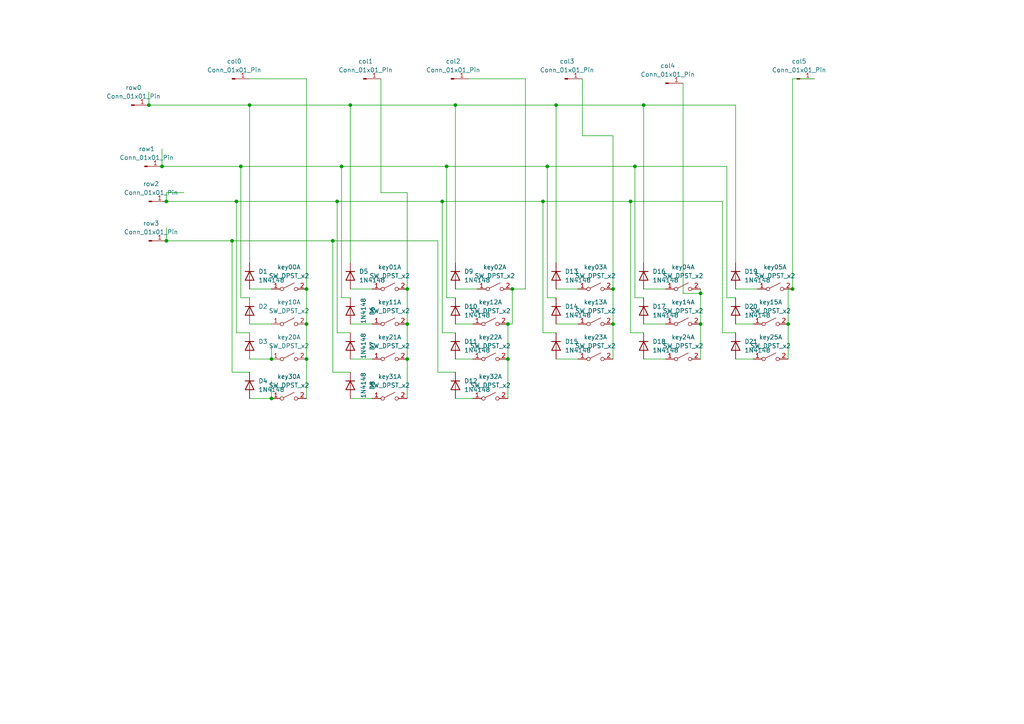
<source format=kicad_sch>
(kicad_sch (version 20250114) (generator "eeschema") (generator_version "9.0")
  (paper "A4")
  (lib_symbols
    (symbol "Connector:Conn_01x01_Pin" (pin_names (offset 1.016) (hide yes))
      (property "Reference" "J" (at 0 2.54 0))
      (property "Value" "Conn_01x01_Pin" (at 0 -2.54 0))
      (symbol "Conn_01x01_Pin_1_1"
        (rectangle (start 0.8636 0.127) (end 0 -0.127) (stroke (width 0.1524)) (fill (type outline)))
        (polyline (pts (xy 1.27 0) (xy 0.8636 0)) (stroke (width 0.1524)))
        (pin passive line (at 5.08 0 180) (length 3.81) (name "Pin_1") (number "1"))
      )
    )
    (symbol "Diode:1N4148" (pin_numbers (hide yes)) (pin_names (hide yes))
      (property "Reference" "D" (at 0 2.54 0))
      (property "Value" "1N4148" (at 0 -2.54 0))
      (symbol "1N4148_0_1"
        (polyline (pts (xy -1.27 1.27) (xy -1.27 -1.27)) (stroke (width 0.254)))
        (polyline (pts (xy 1.27 1.27) (xy 1.27 -1.27) (xy -1.27 0) (xy 1.27 1.27)) (stroke (width 0.254)))
        (polyline (pts (xy 1.27 0) (xy -1.27 0)))
      )
      (symbol "1N4148_1_1"
        (pin passive line (at -3.81 0 0) (length 2.54) (name "K") (number "1"))
        (pin passive line (at 3.81 0 180) (length 2.54) (name "A") (number "2"))
      )
    )
    (symbol "Switch:SW_DPST_x2" (pin_names (offset 0) (hide yes))
      (property "Reference" "SW" (at 0 3.175 0))
      (property "Value" "SW_DPST_x2" (at 0 -2.54 0))
      (symbol "SW_DPST_x2_0_0"
        (circle (center -2.032 0) (radius 0.508))
        (polyline (pts (xy -1.524 0.254) (xy 1.524 1.778)))
        (circle (center 2.032 0) (radius 0.508))
      )
      (symbol "SW_DPST_x2_1_1"
        (pin passive line (at -5.08 0 0) (length 2.54) (name "A") (number "1"))
        (pin passive line (at 5.08 0 180) (length 2.54) (name "B") (number "2"))
      )
      (symbol "SW_DPST_x2_2_1"
        (pin passive line (at -5.08 0 0) (length 2.54) (name "A") (number "3"))
        (pin passive line (at 5.08 0 180) (length 2.54) (name "B") (number "4"))
      )
    )
  )
  (junction (at 157.48 58.42))
  (junction (at 78.74 104.14))
  (junction (at 184.15 48.26))
  (junction (at 78.74 115.57))
  (junction (at 118.11 104.14))
  (junction (at 128.27 58.42))
  (junction (at 186.69 30.48))
  (junction (at 43.18 30.48))
  (junction (at 97.79 58.42))
  (junction (at 132.08 30.48))
  (junction (at 48.26 69.85))
  (junction (at 229.87 83.82))
  (junction (at 67.31 69.85))
  (junction (at 88.9 83.82))
  (junction (at 182.88 58.42))
  (junction (at 118.11 93.98))
  (junction (at 88.9 104.14))
  (junction (at 101.6 30.48))
  (junction (at 46.99 48.26))
  (junction (at 48.26 58.42))
  (junction (at 69.85 48.26))
  (junction (at 203.2 85.09))
  (junction (at 228.6 93.98))
  (junction (at 203.2 93.98))
  (junction (at 99.06 48.26))
  (junction (at 68.58 58.42))
  (junction (at 148.59 83.82))
  (junction (at 158.75 48.26))
  (junction (at 129.54 48.26))
  (junction (at 177.8 83.82))
  (junction (at 88.9 93.98))
  (junction (at 177.8 93.98))
  (junction (at 147.32 104.14))
  (junction (at 147.32 93.98))
  (junction (at 96.52 69.85))
  (junction (at 118.11 83.82))
  (junction (at 72.39 30.48))
  (junction (at 161.29 30.48))
  (wire (pts (xy 177.8 93.98) (xy 177.8 104.14)))
  (wire (pts (xy 161.29 83.82) (xy 167.64 83.82)))
  (wire (pts (xy 186.69 86.36) (xy 184.15 86.36)))
  (wire (pts (xy 184.15 48.26) (xy 158.75 48.26)))
  (wire (pts (xy 72.39 83.82) (xy 78.74 83.82)))
  (wire (pts (xy 72.39 30.48) (xy 43.18 30.48)))
  (wire (pts (xy 46.99 43.18) (xy 46.99 48.26)))
  (wire (pts (xy 72.39 96.52) (xy 68.58 96.52)))
  (wire (pts (xy 152.4 22.86) (xy 152.4 83.82)))
  (wire (pts (xy 67.31 69.85) (xy 48.26 69.85)))
  (wire (pts (xy 213.36 76.2) (xy 213.36 30.48)))
  (wire (pts (xy 78.74 104.14) (xy 78.74 100.33)))
  (wire (pts (xy 177.8 39.37) (xy 177.8 83.82)))
  (wire (pts (xy 161.29 93.98) (xy 167.64 93.98)))
  (wire (pts (xy 209.55 96.52) (xy 209.55 58.42)))
  (wire (pts (xy 48.26 58.42) (xy 68.58 58.42)))
  (wire (pts (xy 129.54 86.36) (xy 129.54 48.26)))
  (wire (pts (xy 186.69 93.98) (xy 193.04 93.98)))
  (wire (pts (xy 99.06 86.36) (xy 99.06 48.26)))
  (wire (pts (xy 72.39 107.95) (xy 67.31 107.95)))
  (wire (pts (xy 203.2 93.98) (xy 203.2 104.14)))
  (wire (pts (xy 228.6 83.82) (xy 229.87 83.82)))
  (wire (pts (xy 158.75 86.36) (xy 158.75 48.26)))
  (wire (pts (xy 161.29 86.36) (xy 158.75 86.36)))
  (wire (pts (xy 67.31 107.95) (xy 67.31 69.85)))
  (wire (pts (xy 186.69 83.82) (xy 193.04 83.82)))
  (wire (pts (xy 132.08 76.2) (xy 132.08 30.48)))
  (wire (pts (xy 68.58 58.42) (xy 97.79 58.42)))
  (wire (pts (xy 132.08 30.48) (xy 101.6 30.48)))
  (wire (pts (xy 210.82 48.26) (xy 184.15 48.26)))
  (wire (pts (xy 152.4 83.82) (xy 148.59 83.82)))
  (wire (pts (xy 132.08 96.52) (xy 128.27 96.52)))
  (wire (pts (xy 132.08 107.95) (xy 127 107.95)))
  (wire (pts (xy 132.08 86.36) (xy 129.54 86.36)))
  (wire (pts (xy 229.87 22.86) (xy 236.22 22.86)))
  (wire (pts (xy 213.36 30.48) (xy 186.69 30.48)))
  (wire (pts (xy 78.74 115.57) (xy 78.74 110.49)))
  (wire (pts (xy 118.11 55.88) (xy 118.11 83.82)))
  (wire (pts (xy 118.11 83.82) (xy 118.11 93.98)))
  (wire (pts (xy 43.18 26.67) (xy 43.18 30.48)))
  (wire (pts (xy 132.08 104.14) (xy 137.16 104.14)))
  (wire (pts (xy 99.06 48.26) (xy 69.85 48.26)))
  (wire (pts (xy 161.29 104.14) (xy 167.64 104.14)))
  (wire (pts (xy 157.48 58.42) (xy 128.27 58.42)))
  (wire (pts (xy 88.9 83.82) (xy 88.9 93.98)))
  (wire (pts (xy 118.11 93.98) (xy 118.11 104.14)))
  (wire (pts (xy 72.39 22.86) (xy 88.9 22.86)))
  (wire (pts (xy 132.08 83.82) (xy 138.43 83.82)))
  (wire (pts (xy 53.34 55.88) (xy 48.26 55.88)))
  (wire (pts (xy 69.85 48.26) (xy 46.99 48.26)))
  (wire (pts (xy 72.39 86.36) (xy 69.85 86.36)))
  (wire (pts (xy 213.36 93.98) (xy 218.44 93.98)))
  (wire (pts (xy 72.39 115.57) (xy 78.74 115.57)))
  (wire (pts (xy 158.75 48.26) (xy 129.54 48.26)))
  (wire (pts (xy 101.6 86.36) (xy 99.06 86.36)))
  (wire (pts (xy 110.49 22.86) (xy 110.49 55.88)))
  (wire (pts (xy 135.89 22.86) (xy 152.4 22.86)))
  (wire (pts (xy 210.82 86.36) (xy 210.82 48.26)))
  (wire (pts (xy 128.27 58.42) (xy 97.79 58.42)))
  (wire (pts (xy 101.6 76.2) (xy 101.6 30.48)))
  (wire (pts (xy 127 107.95) (xy 127 69.85)))
  (wire (pts (xy 186.69 76.2) (xy 186.69 30.48)))
  (wire (pts (xy 213.36 104.14) (xy 218.44 104.14)))
  (wire (pts (xy 161.29 96.52) (xy 157.48 96.52)))
  (wire (pts (xy 87.63 83.82) (xy 88.9 83.82)))
  (wire (pts (xy 72.39 93.98) (xy 78.74 93.98)))
  (wire (pts (xy 48.26 55.88) (xy 48.26 58.42)))
  (wire (pts (xy 69.85 86.36) (xy 69.85 48.26)))
  (wire (pts (xy 157.48 58.42) (xy 182.88 58.42)))
  (wire (pts (xy 101.6 104.14) (xy 107.95 104.14)))
  (wire (pts (xy 101.6 83.82) (xy 107.95 83.82)))
  (wire (pts (xy 147.32 104.14) (xy 147.32 115.57)))
  (wire (pts (xy 101.6 107.95) (xy 96.52 107.95)))
  (wire (pts (xy 203.2 85.09) (xy 198.12 85.09)))
  (wire (pts (xy 186.69 104.14) (xy 193.04 104.14)))
  (wire (pts (xy 68.58 96.52) (xy 68.58 58.42)))
  (wire (pts (xy 88.9 22.86) (xy 88.9 83.82)))
  (wire (pts (xy 128.27 96.52) (xy 128.27 58.42)))
  (wire (pts (xy 147.32 93.98) (xy 148.59 93.98)))
  (wire (pts (xy 213.36 86.36) (xy 210.82 86.36)))
  (wire (pts (xy 184.15 86.36) (xy 184.15 48.26)))
  (wire (pts (xy 186.69 30.48) (xy 161.29 30.48)))
  (wire (pts (xy 228.6 93.98) (xy 228.6 104.14)))
  (wire (pts (xy 88.9 93.98) (xy 88.9 104.14)))
  (wire (pts (xy 132.08 115.57) (xy 137.16 115.57)))
  (wire (pts (xy 101.6 93.98) (xy 107.95 93.98)))
  (wire (pts (xy 177.8 39.37) (xy 168.91 39.37)))
  (wire (pts (xy 213.36 96.52) (xy 209.55 96.52)))
  (wire (pts (xy 213.36 83.82) (xy 219.71 83.82)))
  (wire (pts (xy 177.8 83.82) (xy 177.8 93.98)))
  (wire (pts (xy 148.59 83.82) (xy 148.59 93.98)))
  (wire (pts (xy 203.2 85.09) (xy 203.2 93.98)))
  (wire (pts (xy 182.88 96.52) (xy 182.88 58.42)))
  (wire (pts (xy 97.79 96.52) (xy 97.79 58.42)))
  (wire (pts (xy 157.48 96.52) (xy 157.48 58.42)))
  (wire (pts (xy 72.39 104.14) (xy 78.74 104.14)))
  (wire (pts (xy 67.31 69.85) (xy 96.52 69.85)))
  (wire (pts (xy 129.54 48.26) (xy 99.06 48.26)))
  (wire (pts (xy 182.88 58.42) (xy 209.55 58.42)))
  (wire (pts (xy 96.52 69.85) (xy 127 69.85)))
  (wire (pts (xy 228.6 93.98) (xy 228.6 83.82)))
  (wire (pts (xy 198.12 85.09) (xy 198.12 24.13)))
  (wire (pts (xy 161.29 30.48) (xy 132.08 30.48)))
  (wire (pts (xy 203.2 83.82) (xy 203.2 85.09)))
  (wire (pts (xy 101.6 30.48) (xy 72.39 30.48)))
  (wire (pts (xy 186.69 96.52) (xy 182.88 96.52)))
  (wire (pts (xy 101.6 96.52) (xy 97.79 96.52)))
  (wire (pts (xy 118.11 104.14) (xy 118.11 115.57)))
  (wire (pts (xy 110.49 55.88) (xy 118.11 55.88)))
  (wire (pts (xy 168.91 39.37) (xy 168.91 22.86)))
  (wire (pts (xy 96.52 107.95) (xy 96.52 69.85)))
  (wire (pts (xy 116.84 83.82) (xy 118.11 83.82)))
  (wire (pts (xy 161.29 76.2) (xy 161.29 30.48)))
  (wire (pts (xy 101.6 115.57) (xy 107.95 115.57)))
  (wire (pts (xy 132.08 93.98) (xy 137.16 93.98)))
  (wire (pts (xy 147.32 104.14) (xy 147.32 93.98)))
  (wire (pts (xy 48.26 66.04) (xy 48.26 69.85)))
  (wire (pts (xy 229.87 83.82) (xy 229.87 22.86)))
  (wire (pts (xy 88.9 104.14) (xy 88.9 115.57)))
  (wire (pts (xy 72.39 76.2) (xy 72.39 30.48)))
  (symbol (lib_id "Switch:SW_DPST_x2") (at 223.52 93.98 0) (unit 1)
    (property "Reference" "key15" (at 223.52 87.63 0))
    (property "Value" "SW_DPST_x2" (at 223.52 90.17 0))
    (property "Footprint" "redragon:SW_Redragon_LowProfile_PCB_1.00u" (effects (hide yes)))
    (property "Description" "Single Pole Single Throw (SPST) switch, separate symbol" (effects (hide yes)))
  )
  (symbol (lib_id "Diode:1N4148") (at 213.36 100.33 270) (unit 1)
    (property "Reference" "D21" (at 215.9 99.0599 90) (effects (justify left)))
    (property "Value" "1N4148" (at 215.9 101.5999 90) (effects (justify left)))
    (property "Footprint" "Diode_THT:D_DO-35_SOD27_P7.62mm_Horizontal" (effects (hide yes)))
    (property "Datasheet" "https://assets.nexperia.com/documents/data-sheet/1N4148_1N4448.pdf" (effects (hide yes)))
    (property "Description" "100V 0.15A standard switching diode, DO-35" (effects (hide yes)))
    (property "Sim.Device" "D" (effects (hide yes)))
    (property "Sim.Pins" "1=K 2=A" (effects (hide yes)))
  )
  (symbol (lib_id "Diode:1N4148") (at 213.36 80.01 270) (unit 1)
    (property "Reference" "D19" (at 215.9 78.7399 90) (effects (justify left)))
    (property "Value" "1N4148" (at 215.9 81.2799 90) (effects (justify left)))
    (property "Footprint" "Diode_THT:D_DO-35_SOD27_P7.62mm_Horizontal" (effects (hide yes)))
    (property "Datasheet" "https://assets.nexperia.com/documents/data-sheet/1N4148_1N4448.pdf" (effects (hide yes)))
    (property "Description" "100V 0.15A standard switching diode, DO-35" (effects (hide yes)))
    (property "Sim.Device" "D" (effects (hide yes)))
    (property "Sim.Pins" "1=K 2=A" (effects (hide yes)))
  )
  (symbol (lib_id "Switch:SW_DPST_x2") (at 143.51 83.82 0) (unit 1)
    (property "Reference" "key02" (at 143.51 77.47 0))
    (property "Value" "SW_DPST_x2" (at 143.51 80.01 0))
    (property "Footprint" "redragon:SW_Redragon_LowProfile_PCB_1.00u" (effects (hide yes)))
    (property "Description" "Single Pole Single Throw (SPST) switch, separate symbol" (effects (hide yes)))
  )
  (symbol (lib_id "Diode:1N4148") (at 161.29 90.17 270) (unit 1)
    (property "Reference" "D14" (at 163.83 88.8999 90) (effects (justify left)))
    (property "Value" "1N4148" (at 163.83 91.4399 90) (effects (justify left)))
    (property "Footprint" "Diode_THT:D_DO-35_SOD27_P7.62mm_Horizontal" (effects (hide yes)))
    (property "Datasheet" "https://assets.nexperia.com/documents/data-sheet/1N4148_1N4448.pdf" (effects (hide yes)))
    (property "Description" "100V 0.15A standard switching diode, DO-35" (effects (hide yes)))
    (property "Sim.Device" "D" (effects (hide yes)))
    (property "Sim.Pins" "1=K 2=A" (effects (hide yes)))
  )
  (symbol (lib_id "Diode:1N4148") (at 132.08 100.33 270) (unit 1)
    (property "Reference" "D11" (at 134.62 99.0599 90) (effects (justify left)))
    (property "Value" "1N4148" (at 134.62 101.5999 90) (effects (justify left)))
    (property "Footprint" "Diode_THT:D_DO-35_SOD27_P7.62mm_Horizontal" (effects (hide yes)))
    (property "Datasheet" "https://assets.nexperia.com/documents/data-sheet/1N4148_1N4448.pdf" (effects (hide yes)))
    (property "Description" "100V 0.15A standard switching diode, DO-35" (effects (hide yes)))
    (property "Sim.Device" "D" (effects (hide yes)))
    (property "Sim.Pins" "1=K 2=A" (effects (hide yes)))
  )
  (symbol (lib_id "Switch:SW_DPST_x2") (at 113.03 115.57 0) (unit 1)
    (property "Reference" "key31" (at 113.03 109.22 0))
    (property "Value" "SW_DPST_x2" (at 113.03 111.76 0))
    (property "Footprint" "redragon:SW_Redragon_LowProfile_PCB_1.00u" (effects (hide yes)))
    (property "Description" "Single Pole Single Throw (SPST) switch, separate symbol" (effects (hide yes)))
  )
  (symbol (lib_id "Diode:1N4148") (at 101.6 80.01 270) (unit 1)
    (property "Reference" "D5" (at 104.14 78.7399 90) (effects (justify left)))
    (property "Value" "1N4148" (at 104.14 81.2799 90) (effects (justify left)))
    (property "Footprint" "Diode_THT:D_DO-35_SOD27_P7.62mm_Horizontal" (effects (hide yes)))
    (property "Datasheet" "https://assets.nexperia.com/documents/data-sheet/1N4148_1N4448.pdf" (effects (hide yes)))
    (property "Description" "100V 0.15A standard switching diode, DO-35" (effects (hide yes)))
    (property "Sim.Device" "D" (effects (hide yes)))
    (property "Sim.Pins" "1=K 2=A" (effects (hide yes)))
  )
  (symbol (lib_id "Connector:Conn_01x01_Pin") (at 43.18 69.85 0) (unit 1)
    (property "Reference" "row3" (at 43.815 64.77 0))
    (property "Value" "Conn_01x01_Pin" (at 43.815 67.31 0))
    (property "Footprint" "Connector_PinSocket_1.27mm:PinSocket_1x01_P1.27mm_Vertical" (effects (hide yes)))
    (property "Description" "Generic connector, single row, 01x01, script generated" (effects (hide yes)))
  )
  (symbol (lib_id "Switch:SW_DPST_x2") (at 83.82 93.98 0) (unit 1)
    (property "Reference" "key10" (at 83.82 87.63 0))
    (property "Value" "SW_DPST_x2" (at 83.82 90.17 0))
    (property "Footprint" "redragon:SW_Redragon_LowProfile_PCB_1.00u" (effects (hide yes)))
    (property "Description" "Single Pole Single Throw (SPST) switch, separate symbol" (effects (hide yes)))
  )
  (symbol (lib_id "Diode:1N4148") (at 72.39 80.01 270) (unit 1)
    (property "Reference" "D1" (at 74.93 78.7399 90) (effects (justify left)))
    (property "Value" "1N4148" (at 74.93 81.2799 90) (effects (justify left)))
    (property "Footprint" "Diode_THT:D_DO-35_SOD27_P7.62mm_Horizontal" (effects (hide yes)))
    (property "Datasheet" "https://assets.nexperia.com/documents/data-sheet/1N4148_1N4448.pdf" (effects (hide yes)))
    (property "Description" "100V 0.15A standard switching diode, DO-35" (effects (hide yes)))
    (property "Sim.Device" "D" (effects (hide yes)))
    (property "Sim.Pins" "1=K 2=A" (effects (hide yes)))
  )
  (symbol (lib_id "Diode:1N4148") (at 161.29 80.01 270) (unit 1)
    (property "Reference" "D13" (at 163.83 78.7399 90) (effects (justify left)))
    (property "Value" "1N4148" (at 163.83 81.2799 90) (effects (justify left)))
    (property "Footprint" "Diode_THT:D_DO-35_SOD27_P7.62mm_Horizontal" (effects (hide yes)))
    (property "Datasheet" "https://assets.nexperia.com/documents/data-sheet/1N4148_1N4448.pdf" (effects (hide yes)))
    (property "Description" "100V 0.15A standard switching diode, DO-35" (effects (hide yes)))
    (property "Sim.Device" "D" (effects (hide yes)))
    (property "Sim.Pins" "1=K 2=A" (effects (hide yes)))
  )
  (symbol (lib_id "Switch:SW_DPST_x2") (at 83.82 83.82 0) (unit 1)
    (property "Reference" "key00" (at 83.82 77.47 0))
    (property "Value" "SW_DPST_x2" (at 83.82 80.01 0))
    (property "Footprint" "redragon:SW_Redragon_LowProfile_PCB_1.00u" (effects (hide yes)))
    (property "Description" "Single Pole Single Throw (SPST) switch, separate symbol" (effects (hide yes)))
  )
  (symbol (lib_id "Switch:SW_DPST_x2") (at 83.82 104.14 0) (unit 1)
    (property "Reference" "key20" (at 83.82 97.79 0))
    (property "Value" "SW_DPST_x2" (at 83.82 100.33 0))
    (property "Footprint" "redragon:SW_Redragon_LowProfile_PCB_1.00u" (effects (hide yes)))
    (property "Description" "Single Pole Single Throw (SPST) switch, separate symbol" (effects (hide yes)))
  )
  (symbol (lib_id "Switch:SW_DPST_x2") (at 198.12 83.82 0) (unit 1)
    (property "Reference" "key04" (at 198.12 77.47 0))
    (property "Value" "SW_DPST_x2" (at 198.12 80.01 0))
    (property "Footprint" "redragon:SW_Redragon_LowProfile_PCB_1.00u" (effects (hide yes)))
    (property "Description" "Single Pole Single Throw (SPST) switch, separate symbol" (effects (hide yes)))
  )
  (symbol (lib_id "Connector:Conn_01x01_Pin") (at 67.31 22.86 0) (unit 1)
    (property "Reference" "col0" (at 67.945 17.78 0))
    (property "Value" "Conn_01x01_Pin" (at 67.945 20.32 0))
    (property "Footprint" "Connector_PinSocket_1.27mm:PinSocket_1x01_P1.27mm_Vertical" (effects (hide yes)))
    (property "Description" "Generic connector, single row, 01x01, script generated" (effects (hide yes)))
  )
  (symbol (lib_id "Diode:1N4148") (at 72.39 90.17 270) (unit 1)
    (property "Reference" "D2" (at 74.93 88.8999 90) (effects (justify left)))
    (property "Value" "1N4148" (effects (hide yes)))
    (property "Footprint" "Diode_THT:D_DO-35_SOD27_P7.62mm_Horizontal" (effects (hide yes)))
    (property "Datasheet" "https://assets.nexperia.com/documents/data-sheet/1N4148_1N4448.pdf" (effects (hide yes)))
    (property "Description" "100V 0.15A standard switching diode, DO-35" (effects (hide yes)))
    (property "Sim.Device" "D" (effects (hide yes)))
    (property "Sim.Pins" "1=K 2=A" (effects (hide yes)))
  )
  (symbol (lib_id "Switch:SW_DPST_x2") (at 113.03 104.14 0) (unit 1)
    (property "Reference" "key21" (at 113.03 97.79 0))
    (property "Value" "SW_DPST_x2" (at 113.03 100.33 0))
    (property "Footprint" "redragon:SW_Redragon_LowProfile_PCB_1.00u" (effects (hide yes)))
    (property "Description" "Single Pole Single Throw (SPST) switch, separate symbol" (effects (hide yes)))
  )
  (symbol (lib_id "Diode:1N4148") (at 72.39 111.76 270) (unit 1)
    (property "Reference" "D4" (at 74.93 110.4899 90) (effects (justify left)))
    (property "Value" "1N4148" (at 74.93 113.0299 90) (effects (justify left)))
    (property "Footprint" "Diode_THT:D_DO-35_SOD27_P7.62mm_Horizontal" (effects (hide yes)))
    (property "Datasheet" "https://assets.nexperia.com/documents/data-sheet/1N4148_1N4448.pdf" (effects (hide yes)))
    (property "Description" "100V 0.15A standard switching diode, DO-35" (effects (hide yes)))
    (property "Sim.Device" "D" (effects (hide yes)))
    (property "Sim.Pins" "1=K 2=A" (effects (hide yes)))
  )
  (symbol (lib_id "Switch:SW_DPST_x2") (at 113.03 83.82 0) (unit 1)
    (property "Reference" "key01" (at 113.03 77.47 0))
    (property "Value" "SW_DPST_x2" (at 113.03 80.01 0))
    (property "Footprint" "redragon:SW_Redragon_LowProfile_PCB_1.00u" (effects (hide yes)))
    (property "Description" "Single Pole Single Throw (SPST) switch, separate symbol" (effects (hide yes)))
  )
  (symbol (lib_id "Switch:SW_DPST_x2") (at 142.24 115.57 0) (unit 1)
    (property "Reference" "key32" (at 142.24 109.22 0))
    (property "Value" "SW_DPST_x2" (at 142.24 111.76 0))
    (property "Footprint" "redragon:SW_Redragon_LowProfile_PCB_1.00u" (effects (hide yes)))
    (property "Description" "Single Pole Single Throw (SPST) switch, separate symbol" (effects (hide yes)))
  )
  (symbol (lib_id "Connector:Conn_01x01_Pin") (at 130.81 22.86 0) (unit 1)
    (property "Reference" "col2" (at 131.445 17.78 0))
    (property "Value" "Conn_01x01_Pin" (at 131.445 20.32 0))
    (property "Footprint" "Connector_PinSocket_1.27mm:PinSocket_1x01_P1.27mm_Vertical" (effects (hide yes)))
    (property "Description" "Generic connector, single row, 01x01, script generated" (effects (hide yes)))
  )
  (symbol (lib_id "Connector:Conn_01x01_Pin") (at 193.04 24.13 0) (unit 1)
    (property "Reference" "col4" (at 193.675 19.05 0))
    (property "Value" "Conn_01x01_Pin" (at 193.675 21.59 0))
    (property "Footprint" "Connector_PinSocket_1.27mm:PinSocket_1x01_P1.27mm_Vertical" (effects (hide yes)))
    (property "Description" "Generic connector, single row, 01x01, script generated" (effects (hide yes)))
  )
  (symbol (lib_id "Switch:SW_DPST_x2") (at 224.79 83.82 0) (unit 1)
    (property "Reference" "key05" (at 224.79 77.47 0))
    (property "Value" "SW_DPST_x2" (at 224.79 80.01 0))
    (property "Footprint" "redragon:SW_Redragon_LowProfile_PCB_1.00u" (effects (hide yes)))
    (property "Description" "Single Pole Single Throw (SPST) switch, separate symbol" (effects (hide yes)))
  )
  (symbol (lib_id "Diode:1N4148") (at 101.6 90.17 270) (unit 1)
    (property "Reference" "D6" (at 107.95 90.17 0))
    (property "Value" "1N4148" (at 105.41 90.17 0))
    (property "Footprint" "Diode_THT:D_DO-35_SOD27_P7.62mm_Horizontal" (effects (hide yes)))
    (property "Datasheet" "https://assets.nexperia.com/documents/data-sheet/1N4148_1N4448.pdf" (effects (hide yes)))
    (property "Description" "100V 0.15A standard switching diode, DO-35" (effects (hide yes)))
    (property "Sim.Device" "D" (effects (hide yes)))
    (property "Sim.Pins" "1=K 2=A" (effects (hide yes)))
  )
  (symbol (lib_id "Diode:1N4148") (at 132.08 90.17 270) (unit 1)
    (property "Reference" "D10" (at 134.62 88.8999 90) (effects (justify left)))
    (property "Value" "1N4148" (at 134.62 91.4399 90) (effects (justify left)))
    (property "Footprint" "Diode_THT:D_DO-35_SOD27_P7.62mm_Horizontal" (effects (hide yes)))
    (property "Datasheet" "https://assets.nexperia.com/documents/data-sheet/1N4148_1N4448.pdf" (effects (hide yes)))
    (property "Description" "100V 0.15A standard switching diode, DO-35" (effects (hide yes)))
    (property "Sim.Device" "D" (effects (hide yes)))
    (property "Sim.Pins" "1=K 2=A" (effects (hide yes)))
  )
  (symbol (lib_id "Connector:Conn_01x01_Pin") (at 41.91 48.26 0) (unit 1)
    (property "Reference" "row1" (at 42.545 43.18 0))
    (property "Value" "Conn_01x01_Pin" (at 42.545 45.72 0))
    (property "Footprint" "Connector_PinSocket_1.27mm:PinSocket_1x01_P1.27mm_Vertical" (effects (hide yes)))
    (property "Description" "Generic connector, single row, 01x01, script generated" (effects (hide yes)))
  )
  (symbol (lib_id "Diode:1N4148") (at 72.39 100.33 270) (unit 1)
    (property "Reference" "D3" (at 74.93 99.0599 90) (effects (justify left)))
    (property "Value" "1N4148" (effects (hide yes)))
    (property "Footprint" "Diode_THT:D_DO-35_SOD27_P7.62mm_Horizontal" (effects (hide yes)))
    (property "Datasheet" "https://assets.nexperia.com/documents/data-sheet/1N4148_1N4448.pdf" (effects (hide yes)))
    (property "Description" "100V 0.15A standard switching diode, DO-35" (effects (hide yes)))
    (property "Sim.Device" "D" (effects (hide yes)))
    (property "Sim.Pins" "1=K 2=A" (effects (hide yes)))
  )
  (symbol (lib_id "Connector:Conn_01x01_Pin") (at 105.41 22.86 0) (unit 1)
    (property "Reference" "col1" (at 106.045 17.78 0))
    (property "Value" "Conn_01x01_Pin" (at 106.045 20.32 0))
    (property "Footprint" "Connector_PinSocket_1.27mm:PinSocket_1x01_P1.27mm_Vertical" (effects (hide yes)))
    (property "Description" "Generic connector, single row, 01x01, script generated" (effects (hide yes)))
  )
  (symbol (lib_id "Switch:SW_DPST_x2") (at 172.72 104.14 0) (unit 1)
    (property "Reference" "key23" (at 172.72 97.79 0))
    (property "Value" "SW_DPST_x2" (at 172.72 100.33 0))
    (property "Footprint" "redragon:SW_Redragon_LowProfile_PCB_1.00u" (effects (hide yes)))
    (property "Description" "Single Pole Single Throw (SPST) switch, separate symbol" (effects (hide yes)))
  )
  (symbol (lib_id "Diode:1N4148") (at 213.36 90.17 270) (unit 1)
    (property "Reference" "D20" (at 215.9 88.8999 90) (effects (justify left)))
    (property "Value" "1N4148" (at 215.9 91.4399 90) (effects (justify left)))
    (property "Footprint" "Diode_THT:D_DO-35_SOD27_P7.62mm_Horizontal" (effects (hide yes)))
    (property "Datasheet" "https://assets.nexperia.com/documents/data-sheet/1N4148_1N4448.pdf" (effects (hide yes)))
    (property "Description" "100V 0.15A standard switching diode, DO-35" (effects (hide yes)))
    (property "Sim.Device" "D" (effects (hide yes)))
    (property "Sim.Pins" "1=K 2=A" (effects (hide yes)))
  )
  (symbol (lib_id "Connector:Conn_01x01_Pin") (at 231.14 22.86 0) (unit 1)
    (property "Reference" "col5" (at 231.775 17.78 0))
    (property "Value" "Conn_01x01_Pin" (at 231.775 20.32 0))
    (property "Footprint" "Connector_PinSocket_1.27mm:PinSocket_1x01_P1.27mm_Vertical" (effects (hide yes)))
    (property "Description" "Generic connector, single row, 01x01, script generated" (effects (hide yes)))
  )
  (symbol (lib_id "Connector:Conn_01x01_Pin") (at 38.1 30.48 0) (unit 1)
    (property "Reference" "row0" (at 38.735 25.4 0))
    (property "Value" "Conn_01x01_Pin" (at 38.735 27.94 0))
    (property "Footprint" "Connector_PinSocket_1.27mm:PinSocket_1x01_P1.27mm_Vertical" (effects (hide yes)))
    (property "Description" "Generic connector, single row, 01x01, script generated" (effects (hide yes)))
  )
  (symbol (lib_id "Diode:1N4148") (at 186.69 100.33 270) (unit 1)
    (property "Reference" "D18" (at 189.23 99.0599 90) (effects (justify left)))
    (property "Value" "1N4148" (at 189.23 101.5999 90) (effects (justify left)))
    (property "Footprint" "Diode_THT:D_DO-35_SOD27_P7.62mm_Horizontal" (effects (hide yes)))
    (property "Datasheet" "https://assets.nexperia.com/documents/data-sheet/1N4148_1N4448.pdf" (effects (hide yes)))
    (property "Description" "100V 0.15A standard switching diode, DO-35" (effects (hide yes)))
    (property "Sim.Device" "D" (effects (hide yes)))
    (property "Sim.Pins" "1=K 2=A" (effects (hide yes)))
  )
  (symbol (lib_id "Switch:SW_DPST_x2") (at 113.03 93.98 0) (unit 1)
    (property "Reference" "key11" (at 113.03 87.63 0))
    (property "Value" "SW_DPST_x2" (at 113.03 90.17 0))
    (property "Footprint" "redragon:SW_Redragon_LowProfile_PCB_1.00u" (effects (hide yes)))
    (property "Description" "Single Pole Single Throw (SPST) switch, separate symbol" (effects (hide yes)))
  )
  (symbol (lib_id "Switch:SW_DPST_x2") (at 142.24 93.98 0) (unit 1)
    (property "Reference" "key12" (at 142.24 87.63 0))
    (property "Value" "SW_DPST_x2" (at 142.24 90.17 0))
    (property "Footprint" "redragon:SW_Redragon_LowProfile_PCB_1.00u" (effects (hide yes)))
    (property "Description" "Single Pole Single Throw (SPST) switch, separate symbol" (effects (hide yes)))
  )
  (symbol (lib_id "Switch:SW_DPST_x2") (at 198.12 93.98 0) (unit 1)
    (property "Reference" "key14" (at 198.12 87.63 0))
    (property "Value" "SW_DPST_x2" (at 198.12 90.17 0))
    (property "Footprint" "redragon:SW_Redragon_LowProfile_PCB_1.00u" (effects (hide yes)))
    (property "Description" "Single Pole Single Throw (SPST) switch, separate symbol" (effects (hide yes)))
  )
  (symbol (lib_id "Diode:1N4148") (at 101.6 100.33 270) (unit 1)
    (property "Reference" "D7" (at 107.95 100.33 0))
    (property "Value" "1N4148" (at 105.41 100.33 0))
    (property "Footprint" "Diode_THT:D_DO-35_SOD27_P7.62mm_Horizontal" (effects (hide yes)))
    (property "Datasheet" "https://assets.nexperia.com/documents/data-sheet/1N4148_1N4448.pdf" (effects (hide yes)))
    (property "Description" "100V 0.15A standard switching diode, DO-35" (effects (hide yes)))
    (property "Sim.Device" "D" (effects (hide yes)))
    (property "Sim.Pins" "1=K 2=A" (effects (hide yes)))
  )
  (symbol (lib_id "Diode:1N4148") (at 186.69 90.17 270) (unit 1)
    (property "Reference" "D17" (at 189.23 88.8999 90) (effects (justify left)))
    (property "Value" "1N4148" (at 189.23 91.4399 90) (effects (justify left)))
    (property "Footprint" "Diode_THT:D_DO-35_SOD27_P7.62mm_Horizontal" (effects (hide yes)))
    (property "Datasheet" "https://assets.nexperia.com/documents/data-sheet/1N4148_1N4448.pdf" (effects (hide yes)))
    (property "Description" "100V 0.15A standard switching diode, DO-35" (effects (hide yes)))
    (property "Sim.Device" "D" (effects (hide yes)))
    (property "Sim.Pins" "1=K 2=A" (effects (hide yes)))
  )
  (symbol (lib_id "Diode:1N4148") (at 161.29 100.33 270) (unit 1)
    (property "Reference" "D15" (at 163.83 99.0599 90) (effects (justify left)))
    (property "Value" "1N4148" (at 163.83 101.5999 90) (effects (justify left)))
    (property "Footprint" "Diode_THT:D_DO-35_SOD27_P7.62mm_Horizontal" (effects (hide yes)))
    (property "Datasheet" "https://assets.nexperia.com/documents/data-sheet/1N4148_1N4448.pdf" (effects (hide yes)))
    (property "Description" "100V 0.15A standard switching diode, DO-35" (effects (hide yes)))
    (property "Sim.Device" "D" (effects (hide yes)))
    (property "Sim.Pins" "1=K 2=A" (effects (hide yes)))
  )
  (symbol (lib_id "Diode:1N4148") (at 132.08 111.76 270) (unit 1)
    (property "Reference" "D12" (at 134.62 110.4899 90) (effects (justify left)))
    (property "Value" "1N4148" (at 134.62 113.0299 90) (effects (justify left)))
    (property "Footprint" "Diode_THT:D_DO-35_SOD27_P7.62mm_Horizontal" (effects (hide yes)))
    (property "Datasheet" "https://assets.nexperia.com/documents/data-sheet/1N4148_1N4448.pdf" (effects (hide yes)))
    (property "Description" "100V 0.15A standard switching diode, DO-35" (effects (hide yes)))
    (property "Sim.Device" "D" (effects (hide yes)))
    (property "Sim.Pins" "1=K 2=A" (effects (hide yes)))
  )
  (symbol (lib_id "Diode:1N4148") (at 186.69 80.01 270) (unit 1)
    (property "Reference" "D16" (at 189.23 78.7399 90) (effects (justify left)))
    (property "Value" "1N4148" (at 189.23 81.2799 90) (effects (justify left)))
    (property "Footprint" "Diode_THT:D_DO-35_SOD27_P7.62mm_Horizontal" (effects (hide yes)))
    (property "Datasheet" "https://assets.nexperia.com/documents/data-sheet/1N4148_1N4448.pdf" (effects (hide yes)))
    (property "Description" "100V 0.15A standard switching diode, DO-35" (effects (hide yes)))
    (property "Sim.Device" "D" (effects (hide yes)))
    (property "Sim.Pins" "1=K 2=A" (effects (hide yes)))
  )
  (symbol (lib_id "Connector:Conn_01x01_Pin") (at 163.83 22.86 0) (unit 1)
    (property "Reference" "col3" (at 164.465 17.78 0))
    (property "Value" "Conn_01x01_Pin" (at 164.465 20.32 0))
    (property "Footprint" "Connector_PinSocket_1.27mm:PinSocket_1x01_P1.27mm_Vertical" (effects (hide yes)))
    (property "Description" "Generic connector, single row, 01x01, script generated" (effects (hide yes)))
  )
  (symbol (lib_id "Switch:SW_DPST_x2") (at 223.52 104.14 0) (unit 1)
    (property "Reference" "key25" (at 223.52 97.79 0))
    (property "Value" "SW_DPST_x2" (at 223.52 100.33 0))
    (property "Footprint" "redragon:SW_Redragon_LowProfile_PCB_1.00u" (effects (hide yes)))
    (property "Description" "Single Pole Single Throw (SPST) switch, separate symbol" (effects (hide yes)))
  )
  (symbol (lib_id "Connector:Conn_01x01_Pin") (at 43.18 58.42 0) (unit 1)
    (property "Reference" "row2" (at 43.815 53.34 0))
    (property "Value" "Conn_01x01_Pin" (at 43.815 55.88 0))
    (property "Footprint" "Connector_PinSocket_1.27mm:PinSocket_1x01_P1.27mm_Vertical" (effects (hide yes)))
    (property "Description" "Generic connector, single row, 01x01, script generated" (effects (hide yes)))
  )
  (symbol (lib_id "Switch:SW_DPST_x2") (at 198.12 104.14 0) (unit 1)
    (property "Reference" "key24" (at 198.12 97.79 0))
    (property "Value" "SW_DPST_x2" (at 198.12 100.33 0))
    (property "Footprint" "redragon:SW_Redragon_LowProfile_PCB_1.00u" (effects (hide yes)))
    (property "Description" "Single Pole Single Throw (SPST) switch, separate symbol" (effects (hide yes)))
  )
  (symbol (lib_id "Switch:SW_DPST_x2") (at 83.82 115.57 0) (unit 1)
    (property "Reference" "key30" (at 83.82 109.22 0))
    (property "Value" "SW_DPST_x2" (at 83.82 111.76 0))
    (property "Footprint" "redragon:SW_Redragon_LowProfile_PCB_1.00u" (effects (hide yes)))
    (property "Description" "Single Pole Single Throw (SPST) switch, separate symbol" (effects (hide yes)))
  )
  (symbol (lib_id "Diode:1N4148") (at 132.08 80.01 270) (unit 1)
    (property "Reference" "D9" (at 134.62 78.7399 90) (effects (justify left)))
    (property "Value" "1N4148" (at 134.62 81.2799 90) (effects (justify left)))
    (property "Footprint" "Diode_THT:D_DO-35_SOD27_P7.62mm_Horizontal" (effects (hide yes)))
    (property "Datasheet" "https://assets.nexperia.com/documents/data-sheet/1N4148_1N4448.pdf" (effects (hide yes)))
    (property "Description" "100V 0.15A standard switching diode, DO-35" (effects (hide yes)))
    (property "Sim.Device" "D" (effects (hide yes)))
    (property "Sim.Pins" "1=K 2=A" (effects (hide yes)))
  )
  (symbol (lib_id "Switch:SW_DPST_x2") (at 172.72 93.98 0) (unit 1)
    (property "Reference" "key13" (at 172.72 87.63 0))
    (property "Value" "SW_DPST_x2" (at 172.72 90.17 0))
    (property "Footprint" "redragon:SW_Redragon_LowProfile_PCB_1.00u" (effects (hide yes)))
    (property "Description" "Single Pole Single Throw (SPST) switch, separate symbol" (effects (hide yes)))
  )
  (symbol (lib_id "Switch:SW_DPST_x2") (at 142.24 104.14 0) (unit 1)
    (property "Reference" "key22" (at 142.24 97.79 0))
    (property "Value" "SW_DPST_x2" (at 142.24 100.33 0))
    (property "Footprint" "redragon:SW_Redragon_LowProfile_PCB_1.00u" (effects (hide yes)))
    (property "Description" "Single Pole Single Throw (SPST) switch, separate symbol" (effects (hide yes)))
  )
  (symbol (lib_id "Diode:1N4148") (at 101.6 111.76 270) (unit 1)
    (property "Reference" "D8" (at 107.95 111.76 0))
    (property "Value" "1N4148" (at 105.41 111.76 0))
    (property "Footprint" "Diode_THT:D_DO-35_SOD27_P7.62mm_Horizontal" (effects (hide yes)))
    (property "Datasheet" "https://assets.nexperia.com/documents/data-sheet/1N4148_1N4448.pdf" (effects (hide yes)))
    (property "Description" "100V 0.15A standard switching diode, DO-35" (effects (hide yes)))
    (property "Sim.Device" "D" (effects (hide yes)))
    (property "Sim.Pins" "1=K 2=A" (effects (hide yes)))
  )
  (symbol (lib_id "Switch:SW_DPST_x2") (at 172.72 83.82 0) (unit 1)
    (property "Reference" "key03" (at 172.72 77.47 0))
    (property "Value" "SW_DPST_x2" (at 172.72 80.01 0))
    (property "Footprint" "redragon:SW_Redragon_LowProfile_PCB_1.00u" (effects (hide yes)))
    (property "Description" "Single Pole Single Throw (SPST) switch, separate symbol" (effects (hide yes)))
  )
)
</source>
